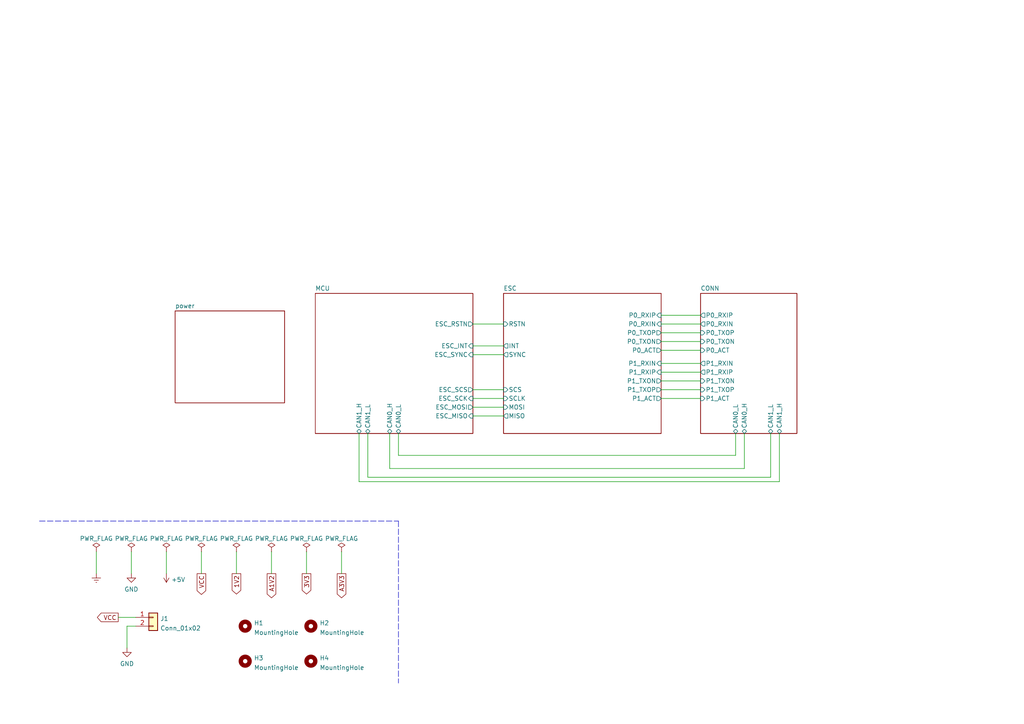
<source format=kicad_sch>
(kicad_sch (version 20211123) (generator eeschema)
  (paper "A4")
  (lib_symbols
    (symbol "Connector_Generic:Conn_01x02" (pin_names (offset 1.016) hide)
      (property "Reference" "J" (at 0 2.54 0))
      (property "Value" "Conn_01x02" (at 0 -5.08 0))
      (symbol "Conn_01x02_1_1"
        (rectangle (start -1.27 -2.413) (end 0 -2.667) (stroke (width 0.1524)))
        (rectangle (start -1.27 0.127) (end 0 -0.127) (stroke (width 0.1524)))
        (rectangle (start -1.27 1.27) (end 1.27 -3.81) (stroke (width 0.254)) (fill (type background)))
        (pin passive line (at -5.08 0 0) (length 3.81) (name "Pin_1") (number "1"))
        (pin passive line (at -5.08 -2.54 0) (length 3.81) (name "Pin_2") (number "2"))
      )
    )
    (symbol "Mechanical:MountingHole" (pin_names (offset 1.016))
      (property "Reference" "H" (at 0 5.08 0))
      (property "Value" "MountingHole" (at 0 3.175 0))
      (symbol "MountingHole_0_1"
        (circle (center 0 0) (radius 1.27) (stroke (width 1.27)))
      )
    )
    (symbol "power:+5V" (power) (pin_names (offset 0))
      (property "Value" "+5V" (at 0 3.556 0))
      (symbol "+5V_0_1"
        (polyline (pts (xy -0.762 1.27) (xy 0 2.54)))
        (polyline (pts (xy 0 0) (xy 0 2.54)))
        (polyline (pts (xy 0 2.54) (xy 0.762 1.27)))
      )
      (symbol "+5V_1_1"
        (pin power_in line (at 0 0 90) (length 0) hide (name "+5V") (number "1"))
      )
    )
    (symbol "power:Earth" (power) (pin_names (offset 0))
      (symbol "Earth_0_1"
        (polyline (pts (xy -0.635 -1.905) (xy 0.635 -1.905)))
        (polyline (pts (xy -0.127 -2.54) (xy 0.127 -2.54)))
        (polyline (pts (xy 0 -1.27) (xy 0 0)))
        (polyline (pts (xy 1.27 -1.27) (xy -1.27 -1.27)))
      )
      (symbol "Earth_1_1"
        (pin power_in line (at 0 0 270) (length 0) hide (name "Earth") (number "1"))
      )
    )
    (symbol "power:GND" (power) (pin_names (offset 0))
      (property "Value" "GND" (at 0 -3.81 0))
      (symbol "GND_0_1"
        (polyline (pts (xy 0 0) (xy 0 -1.27) (xy 1.27 -1.27) (xy 0 -2.54) (xy -1.27 -1.27) (xy 0 -1.27)))
      )
      (symbol "GND_1_1"
        (pin power_in line (at 0 0 270) (length 0) hide (name "GND") (number "1"))
      )
    )
    (symbol "power:PWR_FLAG" (power) (pin_numbers hide) (pin_names (offset 0) hide)
      (property "Value" "PWR_FLAG" (at 0 3.81 0))
      (symbol "PWR_FLAG_0_0"
        (pin power_out line (at 0 0 90) (length 0) (name "pwr") (number "1"))
      )
      (symbol "PWR_FLAG_0_1"
        (polyline (pts (xy 0 0) (xy 0 1.27) (xy -1.016 1.905) (xy 0 2.54) (xy 1.016 1.905) (xy 0 1.27)))
      )
    )
  )
  (wire (pts (xy 191.77 113.03) (xy 203.2 113.03)))
  (wire (pts (xy 78.74 160.02) (xy 78.74 166.37)))
  (wire (pts (xy 191.77 96.52) (xy 203.2 96.52)))
  (wire (pts (xy 48.26 160.02) (xy 48.26 166.37)))
  (wire (pts (xy 137.16 100.33) (xy 146.05 100.33)))
  (wire (pts (xy 137.16 102.87) (xy 146.05 102.87)))
  (polyline (pts (xy 115.57 151.13) (xy 115.57 198.12)))
  (wire (pts (xy 88.9 160.02) (xy 88.9 166.37)))
  (wire (pts (xy 34.29 179.07) (xy 39.37 179.07)))
  (wire (pts (xy 191.77 105.41) (xy 203.2 105.41)))
  (wire (pts (xy 58.42 160.02) (xy 58.42 166.37)))
  (wire (pts (xy 191.77 107.95) (xy 203.2 107.95)))
  (wire (pts (xy 191.77 101.6) (xy 203.2 101.6)))
  (wire (pts (xy 191.77 99.06) (xy 203.2 99.06)))
  (wire (pts (xy 99.06 160.02) (xy 99.06 166.37)))
  (wire (pts (xy 137.16 120.65) (xy 146.05 120.65)))
  (wire (pts (xy 191.77 93.98) (xy 203.2 93.98)))
  (wire (pts (xy 226.06 125.73) (xy 226.06 139.7)))
  (wire (pts (xy 213.36 132.08) (xy 213.36 125.73)))
  (wire (pts (xy 223.52 138.43) (xy 223.52 125.73)))
  (wire (pts (xy 113.03 135.89) (xy 215.9 135.89)))
  (wire (pts (xy 104.14 139.7) (xy 226.06 139.7)))
  (wire (pts (xy 137.16 115.57) (xy 146.05 115.57)))
  (wire (pts (xy 137.16 93.98) (xy 146.05 93.98)))
  (wire (pts (xy 39.37 181.61) (xy 36.83 181.61)))
  (wire (pts (xy 191.77 91.44) (xy 203.2 91.44)))
  (wire (pts (xy 36.83 181.61) (xy 36.83 187.96)))
  (wire (pts (xy 137.16 113.03) (xy 146.05 113.03)))
  (polyline (pts (xy 11.43 151.13) (xy 115.57 151.13)))
  (wire (pts (xy 137.16 118.11) (xy 146.05 118.11)))
  (wire (pts (xy 104.14 125.73) (xy 104.14 139.7)))
  (wire (pts (xy 215.9 135.89) (xy 215.9 125.73)))
  (wire (pts (xy 27.94 160.02) (xy 27.94 166.37)))
  (wire (pts (xy 106.68 125.73) (xy 106.68 138.43)))
  (wire (pts (xy 113.03 125.73) (xy 113.03 135.89)))
  (wire (pts (xy 115.57 125.73) (xy 115.57 132.08)))
  (wire (pts (xy 68.58 160.02) (xy 68.58 166.37)))
  (wire (pts (xy 115.57 132.08) (xy 213.36 132.08)))
  (wire (pts (xy 191.77 110.49) (xy 203.2 110.49)))
  (wire (pts (xy 38.1 160.02) (xy 38.1 166.37)))
  (wire (pts (xy 106.68 138.43) (xy 223.52 138.43)))
  (wire (pts (xy 191.77 115.57) (xy 203.2 115.57)))
  (global_label "A1V2" (shape output) (at 78.74 166.37 270) (property "Intersheet References" "${INTERSHEET_REFS}" (effects hide)))
  (global_label "VCC" (shape output) (at 34.29 179.07 180) (property "Intersheet References" "${INTERSHEET_REFS}" (effects hide)))
  (global_label "VCC" (shape output) (at 58.42 166.37 270) (property "Intersheet References" "${INTERSHEET_REFS}" (effects hide)))
  (global_label "3V3" (shape output) (at 88.9 166.37 270) (property "Intersheet References" "${INTERSHEET_REFS}" (effects hide)))
  (global_label "1V2" (shape output) (at 68.58 166.37 270) (property "Intersheet References" "${INTERSHEET_REFS}" (effects hide)))
  (global_label "A3V3" (shape output) (at 99.06 166.37 270) (property "Intersheet References" "${INTERSHEET_REFS}" (effects hide)))
  (symbol (lib_id "power:PWR_FLAG") (at 68.58 160.02 0) (unit 1)
    (property "Reference" "#FLG0107" (effects hide))
    (property "Value" "PWR_FLAG" (at 68.58 156.21 0))
  )
  (symbol (lib_id "power:GND") (at 38.1 166.37 0) (unit 1)
    (property "Reference" "#PWR0126" (effects hide))
    (property "Value" "GND" (at 38.1 170.9325 0))
  )
  (symbol (lib_id "power:PWR_FLAG") (at 99.06 160.02 0) (unit 1)
    (property "Reference" "#FLG0110" (effects hide))
    (property "Value" "PWR_FLAG" (at 99.06 156.21 0))
  )
  (symbol (lib_id "power:+5V") (at 48.26 166.37 180) (unit 1)
    (property "Reference" "#PWR0104" (effects hide))
    (property "Value" "+5V" (at 49.657 168.119 0) (effects (justify right)))
  )
  (symbol (lib_id "power:Earth") (at 27.94 166.37 0) (unit 1)
    (property "Reference" "#PWR0128" (effects hide))
    (property "Value" "Earth" (effects hide))
  )
  (symbol (lib_id "power:PWR_FLAG") (at 48.26 160.02 0) (unit 1)
    (property "Reference" "#FLG0104" (effects hide))
    (property "Value" "PWR_FLAG" (at 48.26 156.21 0))
  )
  (symbol (lib_id "power:PWR_FLAG") (at 78.74 160.02 0) (unit 1)
    (property "Reference" "#FLG0108" (effects hide))
    (property "Value" "PWR_FLAG" (at 78.74 156.21 0))
  )
  (symbol (lib_id "Connector_Generic:Conn_01x02") (at 44.45 179.07 0) (unit 1)
    (property "Reference" "J1" (at 46.482 179.4315 0) (effects (justify left)))
    (property "Value" "Conn_01x02" (at 46.482 182.2066 0) (effects (justify left)))
    (property "Footprint" "Connector_AMASS:AMASS_XT30UPB-M_1x02_P5.0mm_Vertical" (effects hide))
  )
  (symbol (lib_id "Mechanical:MountingHole") (at 71.12 181.61 0) (unit 1)
    (property "Reference" "H1" (at 73.66 180.7015 0) (effects (justify left)))
    (property "Value" "MountingHole" (at 73.66 183.4766 0) (effects (justify left)))
    (property "Footprint" "MountingHole:MountingHole_2.2mm_M2_DIN965_Pad" (effects hide))
  )
  (symbol (lib_id "Mechanical:MountingHole") (at 90.17 191.77 0) (unit 1)
    (property "Reference" "H4" (at 92.71 190.8615 0) (effects (justify left)))
    (property "Value" "MountingHole" (at 92.71 193.6366 0) (effects (justify left)))
    (property "Footprint" "MountingHole:MountingHole_2.2mm_M2_DIN965_Pad" (effects hide))
  )
  (symbol (lib_id "power:PWR_FLAG") (at 27.94 160.02 0) (unit 1)
    (property "Reference" "#FLG0102" (effects hide))
    (property "Value" "PWR_FLAG" (at 27.94 156.21 0))
  )
  (symbol (lib_id "power:PWR_FLAG") (at 58.42 160.02 0) (unit 1)
    (property "Reference" "#FLG0103" (effects hide))
    (property "Value" "PWR_FLAG" (at 58.42 156.21 0))
  )
  (symbol (lib_id "power:PWR_FLAG") (at 38.1 160.02 0) (unit 1)
    (property "Reference" "#FLG0101" (effects hide))
    (property "Value" "PWR_FLAG" (at 38.1 156.21 0))
  )
  (symbol (lib_id "Mechanical:MountingHole") (at 71.12 191.77 0) (unit 1)
    (property "Reference" "H3" (at 73.66 190.8615 0) (effects (justify left)))
    (property "Value" "MountingHole" (at 73.66 193.6366 0) (effects (justify left)))
    (property "Footprint" "MountingHole:MountingHole_2.2mm_M2_DIN965_Pad" (effects hide))
  )
  (symbol (lib_id "power:PWR_FLAG") (at 88.9 160.02 0) (unit 1)
    (property "Reference" "#FLG0109" (effects hide))
    (property "Value" "PWR_FLAG" (at 88.9 156.21 0))
  )
  (symbol (lib_id "Mechanical:MountingHole") (at 90.17 181.61 0) (unit 1)
    (property "Reference" "H2" (at 92.71 180.7015 0) (effects (justify left)))
    (property "Value" "MountingHole" (at 92.71 183.4766 0) (effects (justify left)))
    (property "Footprint" "MountingHole:MountingHole_2.2mm_M2_DIN965_Pad" (effects hide))
  )
  (symbol (lib_id "power:GND") (at 36.83 187.96 0) (unit 1)
    (property "Reference" "#PWR0131" (effects hide))
    (property "Value" "GND" (at 36.83 192.5225 0))
  )
  (sheet (at 146.05 85.09) (size 45.72 40.64) (stroke (width 0.1524))
    (property "Sheet name" "ESC" (at 146.05 84.3784 0) (effects (justify left bottom)))
    (property "Sheet file" "ESC.kicad_sch" (effects hide))
    (pin "RSTN" input (at 146.05 93.98 180))
    (pin "P1_ACT" output (at 191.77 115.57 0))
    (pin "P0_TXOP" output (at 191.77 96.52 0))
    (pin "P0_TXON" output (at 191.77 99.06 0))
    (pin "P0_RXIP" input (at 191.77 91.44 0))
    (pin "INT" output (at 146.05 100.33 180))
    (pin "SYNC" output (at 146.05 102.87 180))
    (pin "MISO" output (at 146.05 120.65 180))
    (pin "P0_ACT" output (at 191.77 101.6 0))
    (pin "SCS" input (at 146.05 113.03 180))
    (pin "MOSI" input (at 146.05 118.11 180))
    (pin "SCLK" input (at 146.05 115.57 180))
    (pin "P1_TXON" output (at 191.77 110.49 0))
    (pin "P1_TXOP" output (at 191.77 113.03 0))
    (pin "P1_RXIN" input (at 191.77 105.41 0))
    (pin "P1_RXIP" input (at 191.77 107.95 0))
    (pin "P0_RXIN" input (at 191.77 93.98 0))
  )
  (sheet (at 203.2 85.09) (size 27.94 40.64) (stroke (width 0.1524))
    (property "Sheet name" "CONN" (at 203.2 84.3784 0) (effects (justify left bottom)))
    (property "Sheet file" "CONN.kicad_sch" (effects hide))
    (pin "P0_TXOP" input (at 203.2 96.52 180))
    (pin "P0_RXIN" output (at 203.2 93.98 180))
    (pin "P1_TXOP" input (at 203.2 113.03 180))
    (pin "P0_RXIP" output (at 203.2 91.44 180))
    (pin "P0_TXON" input (at 203.2 99.06 180))
    (pin "P1_RXIN" output (at 203.2 105.41 180))
    (pin "P1_RXIP" output (at 203.2 107.95 180))
    (pin "P1_TXON" input (at 203.2 110.49 180))
    (pin "P1_ACT" input (at 203.2 115.57 180))
    (pin "P0_ACT" input (at 203.2 101.6 180))
    (pin "CAN1_L" bidirectional (at 223.52 125.73 270))
    (pin "CAN0_H" bidirectional (at 215.9 125.73 270))
    (pin "CAN0_L" bidirectional (at 213.36 125.73 270))
    (pin "CAN1_H" bidirectional (at 226.06 125.73 270))
  )
  (sheet (at 91.44 85.09) (size 45.72 40.64) (stroke (width 0.1524))
    (property "Sheet name" "MCU" (at 91.44 84.3784 0) (effects (justify left bottom)))
    (property "Sheet file" "MCU.kicad_sch" (effects hide))
    (pin "CAN1_L" bidirectional (at 106.68 125.73 270))
    (pin "CAN1_H" bidirectional (at 104.14 125.73 270))
    (pin "CAN0_L" bidirectional (at 115.57 125.73 270))
    (pin "CAN0_H" bidirectional (at 113.03 125.73 270))
    (pin "ESC_SYNC" input (at 137.16 102.87 0))
    (pin "ESC_INT" input (at 137.16 100.33 0))
    (pin "ESC_RSTN" output (at 137.16 93.98 0))
    (pin "ESC_MOSI" output (at 137.16 118.11 0))
    (pin "ESC_MISO" input (at 137.16 120.65 0))
    (pin "ESC_SCK" input (at 137.16 115.57 0))
    (pin "ESC_SCS" output (at 137.16 113.03 0))
  )
  (sheet (at 50.8 90.17) (size 31.75 26.67) (stroke (width 0.1524))
    (property "Sheet name" "power" (at 50.8 89.4584 0) (effects (justify left bottom)))
    (property "Sheet file" "POWER.kicad_sch" (effects hide))
  )
)
</source>
